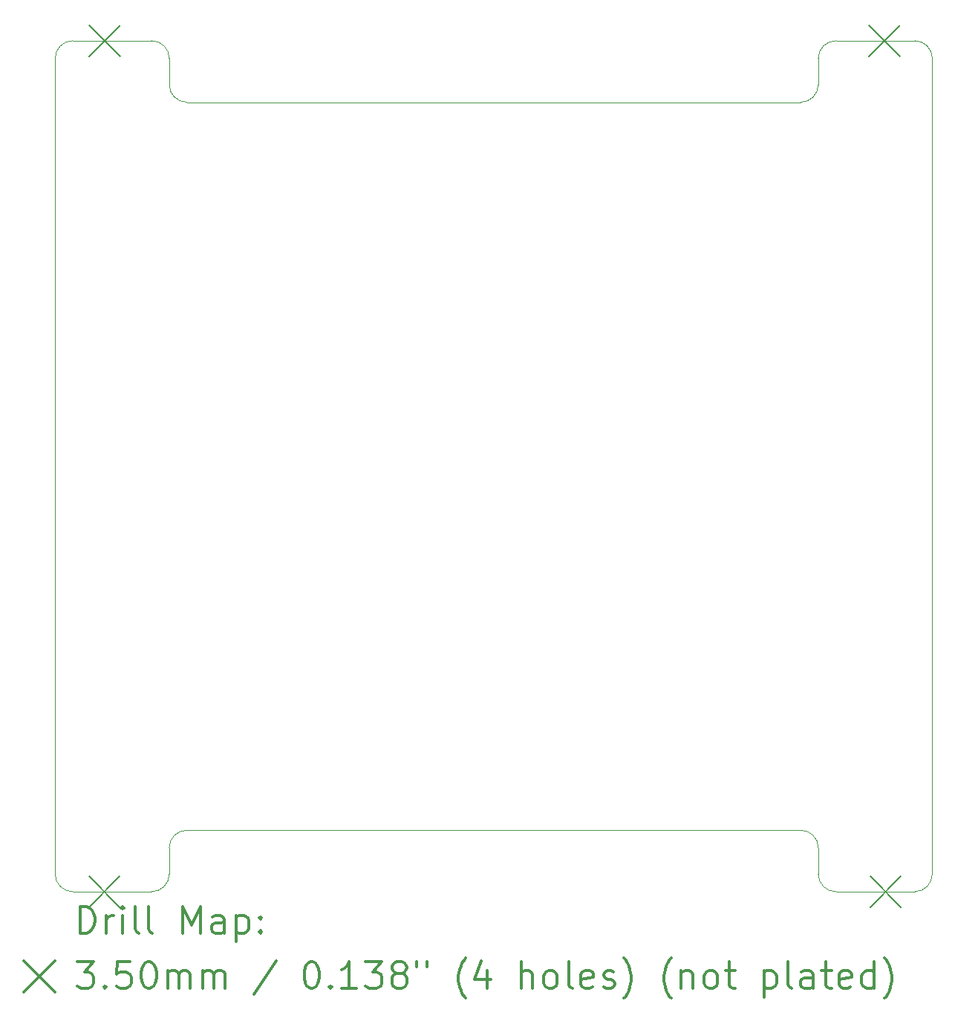
<source format=gbr>
%FSLAX45Y45*%
G04 Gerber Fmt 4.5, Leading zero omitted, Abs format (unit mm)*
G04 Created by KiCad (PCBNEW 5.1.5) date 2020-01-08 22:08:45*
%MOMM*%
%LPD*%
G04 APERTURE LIST*
%TA.AperFunction,Profile*%
%ADD10C,0.100000*%
%TD*%
%ADD11C,0.200000*%
%ADD12C,0.300000*%
G04 APERTURE END LIST*
D10*
X12300000Y-4005000D02*
X5300000Y-4005000D01*
X13800000Y-12800000D02*
G75*
G02X13600000Y-13000000I-200000J0D01*
G01*
X3800000Y-3505000D02*
G75*
G02X4000000Y-3305000I200000J0D01*
G01*
X13800000Y-3505000D02*
X13800000Y-12800000D01*
X5100000Y-12500000D02*
G75*
G02X5300000Y-12300000I200000J0D01*
G01*
X5100000Y-12800000D02*
G75*
G02X4900000Y-13000000I-200000J0D01*
G01*
X12500000Y-3505000D02*
G75*
G02X12700000Y-3305000I200000J0D01*
G01*
X13600000Y-3305000D02*
X12700000Y-3305000D01*
X4900000Y-3305000D02*
X4000000Y-3305000D01*
X4000000Y-13000000D02*
G75*
G02X3800000Y-12800000I0J200000D01*
G01*
X5100000Y-3505000D02*
X5100000Y-3805000D01*
X13600000Y-3305000D02*
G75*
G02X13800000Y-3505000I0J-200000D01*
G01*
X5300000Y-4005000D02*
G75*
G02X5100000Y-3805000I0J200000D01*
G01*
X12300000Y-12300000D02*
G75*
G02X12500000Y-12500000I0J-200000D01*
G01*
X4900000Y-3305000D02*
G75*
G02X5100000Y-3505000I0J-200000D01*
G01*
X12500000Y-12800000D02*
X12500000Y-12500000D01*
X12500000Y-3805000D02*
G75*
G02X12300000Y-4005000I-200000J0D01*
G01*
X4900000Y-13000000D02*
X4000000Y-13000000D01*
X12500000Y-3505000D02*
X12500000Y-3805000D01*
X12300000Y-12300000D02*
X5300000Y-12300000D01*
X3800000Y-12800000D02*
X3800000Y-3505000D01*
X13600000Y-13000000D02*
X12700000Y-13000000D01*
X5100000Y-12500000D02*
X5100000Y-12800000D01*
X12700000Y-13000000D02*
G75*
G02X12500000Y-12800000I0J200000D01*
G01*
D11*
X13090000Y-12825000D02*
X13440000Y-13175000D01*
X13440000Y-12825000D02*
X13090000Y-13175000D01*
X4185000Y-12825000D02*
X4535000Y-13175000D01*
X4535000Y-12825000D02*
X4185000Y-13175000D01*
X4190000Y-3130000D02*
X4540000Y-3480000D01*
X4540000Y-3130000D02*
X4190000Y-3480000D01*
X13080000Y-3130000D02*
X13430000Y-3480000D01*
X13430000Y-3130000D02*
X13080000Y-3480000D01*
D12*
X4081428Y-13470714D02*
X4081428Y-13170714D01*
X4152857Y-13170714D01*
X4195714Y-13185000D01*
X4224286Y-13213572D01*
X4238571Y-13242143D01*
X4252857Y-13299286D01*
X4252857Y-13342143D01*
X4238571Y-13399286D01*
X4224286Y-13427857D01*
X4195714Y-13456429D01*
X4152857Y-13470714D01*
X4081428Y-13470714D01*
X4381428Y-13470714D02*
X4381428Y-13270714D01*
X4381428Y-13327857D02*
X4395714Y-13299286D01*
X4410000Y-13285000D01*
X4438571Y-13270714D01*
X4467143Y-13270714D01*
X4567143Y-13470714D02*
X4567143Y-13270714D01*
X4567143Y-13170714D02*
X4552857Y-13185000D01*
X4567143Y-13199286D01*
X4581428Y-13185000D01*
X4567143Y-13170714D01*
X4567143Y-13199286D01*
X4752857Y-13470714D02*
X4724286Y-13456429D01*
X4710000Y-13427857D01*
X4710000Y-13170714D01*
X4910000Y-13470714D02*
X4881428Y-13456429D01*
X4867143Y-13427857D01*
X4867143Y-13170714D01*
X5252857Y-13470714D02*
X5252857Y-13170714D01*
X5352857Y-13385000D01*
X5452857Y-13170714D01*
X5452857Y-13470714D01*
X5724285Y-13470714D02*
X5724285Y-13313572D01*
X5710000Y-13285000D01*
X5681428Y-13270714D01*
X5624285Y-13270714D01*
X5595714Y-13285000D01*
X5724285Y-13456429D02*
X5695714Y-13470714D01*
X5624285Y-13470714D01*
X5595714Y-13456429D01*
X5581428Y-13427857D01*
X5581428Y-13399286D01*
X5595714Y-13370714D01*
X5624285Y-13356429D01*
X5695714Y-13356429D01*
X5724285Y-13342143D01*
X5867143Y-13270714D02*
X5867143Y-13570714D01*
X5867143Y-13285000D02*
X5895714Y-13270714D01*
X5952857Y-13270714D01*
X5981428Y-13285000D01*
X5995714Y-13299286D01*
X6010000Y-13327857D01*
X6010000Y-13413572D01*
X5995714Y-13442143D01*
X5981428Y-13456429D01*
X5952857Y-13470714D01*
X5895714Y-13470714D01*
X5867143Y-13456429D01*
X6138571Y-13442143D02*
X6152857Y-13456429D01*
X6138571Y-13470714D01*
X6124285Y-13456429D01*
X6138571Y-13442143D01*
X6138571Y-13470714D01*
X6138571Y-13285000D02*
X6152857Y-13299286D01*
X6138571Y-13313572D01*
X6124285Y-13299286D01*
X6138571Y-13285000D01*
X6138571Y-13313572D01*
X3445000Y-13790000D02*
X3795000Y-14140000D01*
X3795000Y-13790000D02*
X3445000Y-14140000D01*
X4052857Y-13800714D02*
X4238571Y-13800714D01*
X4138571Y-13915000D01*
X4181428Y-13915000D01*
X4210000Y-13929286D01*
X4224286Y-13943572D01*
X4238571Y-13972143D01*
X4238571Y-14043572D01*
X4224286Y-14072143D01*
X4210000Y-14086429D01*
X4181428Y-14100714D01*
X4095714Y-14100714D01*
X4067143Y-14086429D01*
X4052857Y-14072143D01*
X4367143Y-14072143D02*
X4381428Y-14086429D01*
X4367143Y-14100714D01*
X4352857Y-14086429D01*
X4367143Y-14072143D01*
X4367143Y-14100714D01*
X4652857Y-13800714D02*
X4510000Y-13800714D01*
X4495714Y-13943572D01*
X4510000Y-13929286D01*
X4538571Y-13915000D01*
X4610000Y-13915000D01*
X4638571Y-13929286D01*
X4652857Y-13943572D01*
X4667143Y-13972143D01*
X4667143Y-14043572D01*
X4652857Y-14072143D01*
X4638571Y-14086429D01*
X4610000Y-14100714D01*
X4538571Y-14100714D01*
X4510000Y-14086429D01*
X4495714Y-14072143D01*
X4852857Y-13800714D02*
X4881428Y-13800714D01*
X4910000Y-13815000D01*
X4924286Y-13829286D01*
X4938571Y-13857857D01*
X4952857Y-13915000D01*
X4952857Y-13986429D01*
X4938571Y-14043572D01*
X4924286Y-14072143D01*
X4910000Y-14086429D01*
X4881428Y-14100714D01*
X4852857Y-14100714D01*
X4824286Y-14086429D01*
X4810000Y-14072143D01*
X4795714Y-14043572D01*
X4781428Y-13986429D01*
X4781428Y-13915000D01*
X4795714Y-13857857D01*
X4810000Y-13829286D01*
X4824286Y-13815000D01*
X4852857Y-13800714D01*
X5081428Y-14100714D02*
X5081428Y-13900714D01*
X5081428Y-13929286D02*
X5095714Y-13915000D01*
X5124286Y-13900714D01*
X5167143Y-13900714D01*
X5195714Y-13915000D01*
X5210000Y-13943572D01*
X5210000Y-14100714D01*
X5210000Y-13943572D02*
X5224286Y-13915000D01*
X5252857Y-13900714D01*
X5295714Y-13900714D01*
X5324286Y-13915000D01*
X5338571Y-13943572D01*
X5338571Y-14100714D01*
X5481428Y-14100714D02*
X5481428Y-13900714D01*
X5481428Y-13929286D02*
X5495714Y-13915000D01*
X5524286Y-13900714D01*
X5567143Y-13900714D01*
X5595714Y-13915000D01*
X5610000Y-13943572D01*
X5610000Y-14100714D01*
X5610000Y-13943572D02*
X5624285Y-13915000D01*
X5652857Y-13900714D01*
X5695714Y-13900714D01*
X5724285Y-13915000D01*
X5738571Y-13943572D01*
X5738571Y-14100714D01*
X6324285Y-13786429D02*
X6067143Y-14172143D01*
X6710000Y-13800714D02*
X6738571Y-13800714D01*
X6767143Y-13815000D01*
X6781428Y-13829286D01*
X6795714Y-13857857D01*
X6810000Y-13915000D01*
X6810000Y-13986429D01*
X6795714Y-14043572D01*
X6781428Y-14072143D01*
X6767143Y-14086429D01*
X6738571Y-14100714D01*
X6710000Y-14100714D01*
X6681428Y-14086429D01*
X6667143Y-14072143D01*
X6652857Y-14043572D01*
X6638571Y-13986429D01*
X6638571Y-13915000D01*
X6652857Y-13857857D01*
X6667143Y-13829286D01*
X6681428Y-13815000D01*
X6710000Y-13800714D01*
X6938571Y-14072143D02*
X6952857Y-14086429D01*
X6938571Y-14100714D01*
X6924285Y-14086429D01*
X6938571Y-14072143D01*
X6938571Y-14100714D01*
X7238571Y-14100714D02*
X7067143Y-14100714D01*
X7152857Y-14100714D02*
X7152857Y-13800714D01*
X7124285Y-13843572D01*
X7095714Y-13872143D01*
X7067143Y-13886429D01*
X7338571Y-13800714D02*
X7524285Y-13800714D01*
X7424285Y-13915000D01*
X7467143Y-13915000D01*
X7495714Y-13929286D01*
X7510000Y-13943572D01*
X7524285Y-13972143D01*
X7524285Y-14043572D01*
X7510000Y-14072143D01*
X7495714Y-14086429D01*
X7467143Y-14100714D01*
X7381428Y-14100714D01*
X7352857Y-14086429D01*
X7338571Y-14072143D01*
X7695714Y-13929286D02*
X7667143Y-13915000D01*
X7652857Y-13900714D01*
X7638571Y-13872143D01*
X7638571Y-13857857D01*
X7652857Y-13829286D01*
X7667143Y-13815000D01*
X7695714Y-13800714D01*
X7752857Y-13800714D01*
X7781428Y-13815000D01*
X7795714Y-13829286D01*
X7810000Y-13857857D01*
X7810000Y-13872143D01*
X7795714Y-13900714D01*
X7781428Y-13915000D01*
X7752857Y-13929286D01*
X7695714Y-13929286D01*
X7667143Y-13943572D01*
X7652857Y-13957857D01*
X7638571Y-13986429D01*
X7638571Y-14043572D01*
X7652857Y-14072143D01*
X7667143Y-14086429D01*
X7695714Y-14100714D01*
X7752857Y-14100714D01*
X7781428Y-14086429D01*
X7795714Y-14072143D01*
X7810000Y-14043572D01*
X7810000Y-13986429D01*
X7795714Y-13957857D01*
X7781428Y-13943572D01*
X7752857Y-13929286D01*
X7924285Y-13800714D02*
X7924285Y-13857857D01*
X8038571Y-13800714D02*
X8038571Y-13857857D01*
X8481428Y-14215000D02*
X8467143Y-14200714D01*
X8438571Y-14157857D01*
X8424286Y-14129286D01*
X8410000Y-14086429D01*
X8395714Y-14015000D01*
X8395714Y-13957857D01*
X8410000Y-13886429D01*
X8424286Y-13843572D01*
X8438571Y-13815000D01*
X8467143Y-13772143D01*
X8481428Y-13757857D01*
X8724286Y-13900714D02*
X8724286Y-14100714D01*
X8652857Y-13786429D02*
X8581428Y-14000714D01*
X8767143Y-14000714D01*
X9110000Y-14100714D02*
X9110000Y-13800714D01*
X9238571Y-14100714D02*
X9238571Y-13943572D01*
X9224286Y-13915000D01*
X9195714Y-13900714D01*
X9152857Y-13900714D01*
X9124286Y-13915000D01*
X9110000Y-13929286D01*
X9424286Y-14100714D02*
X9395714Y-14086429D01*
X9381428Y-14072143D01*
X9367143Y-14043572D01*
X9367143Y-13957857D01*
X9381428Y-13929286D01*
X9395714Y-13915000D01*
X9424286Y-13900714D01*
X9467143Y-13900714D01*
X9495714Y-13915000D01*
X9510000Y-13929286D01*
X9524286Y-13957857D01*
X9524286Y-14043572D01*
X9510000Y-14072143D01*
X9495714Y-14086429D01*
X9467143Y-14100714D01*
X9424286Y-14100714D01*
X9695714Y-14100714D02*
X9667143Y-14086429D01*
X9652857Y-14057857D01*
X9652857Y-13800714D01*
X9924286Y-14086429D02*
X9895714Y-14100714D01*
X9838571Y-14100714D01*
X9810000Y-14086429D01*
X9795714Y-14057857D01*
X9795714Y-13943572D01*
X9810000Y-13915000D01*
X9838571Y-13900714D01*
X9895714Y-13900714D01*
X9924286Y-13915000D01*
X9938571Y-13943572D01*
X9938571Y-13972143D01*
X9795714Y-14000714D01*
X10052857Y-14086429D02*
X10081428Y-14100714D01*
X10138571Y-14100714D01*
X10167143Y-14086429D01*
X10181428Y-14057857D01*
X10181428Y-14043572D01*
X10167143Y-14015000D01*
X10138571Y-14000714D01*
X10095714Y-14000714D01*
X10067143Y-13986429D01*
X10052857Y-13957857D01*
X10052857Y-13943572D01*
X10067143Y-13915000D01*
X10095714Y-13900714D01*
X10138571Y-13900714D01*
X10167143Y-13915000D01*
X10281428Y-14215000D02*
X10295714Y-14200714D01*
X10324286Y-14157857D01*
X10338571Y-14129286D01*
X10352857Y-14086429D01*
X10367143Y-14015000D01*
X10367143Y-13957857D01*
X10352857Y-13886429D01*
X10338571Y-13843572D01*
X10324286Y-13815000D01*
X10295714Y-13772143D01*
X10281428Y-13757857D01*
X10824286Y-14215000D02*
X10810000Y-14200714D01*
X10781428Y-14157857D01*
X10767143Y-14129286D01*
X10752857Y-14086429D01*
X10738571Y-14015000D01*
X10738571Y-13957857D01*
X10752857Y-13886429D01*
X10767143Y-13843572D01*
X10781428Y-13815000D01*
X10810000Y-13772143D01*
X10824286Y-13757857D01*
X10938571Y-13900714D02*
X10938571Y-14100714D01*
X10938571Y-13929286D02*
X10952857Y-13915000D01*
X10981428Y-13900714D01*
X11024286Y-13900714D01*
X11052857Y-13915000D01*
X11067143Y-13943572D01*
X11067143Y-14100714D01*
X11252857Y-14100714D02*
X11224285Y-14086429D01*
X11210000Y-14072143D01*
X11195714Y-14043572D01*
X11195714Y-13957857D01*
X11210000Y-13929286D01*
X11224285Y-13915000D01*
X11252857Y-13900714D01*
X11295714Y-13900714D01*
X11324285Y-13915000D01*
X11338571Y-13929286D01*
X11352857Y-13957857D01*
X11352857Y-14043572D01*
X11338571Y-14072143D01*
X11324285Y-14086429D01*
X11295714Y-14100714D01*
X11252857Y-14100714D01*
X11438571Y-13900714D02*
X11552857Y-13900714D01*
X11481428Y-13800714D02*
X11481428Y-14057857D01*
X11495714Y-14086429D01*
X11524285Y-14100714D01*
X11552857Y-14100714D01*
X11881428Y-13900714D02*
X11881428Y-14200714D01*
X11881428Y-13915000D02*
X11910000Y-13900714D01*
X11967143Y-13900714D01*
X11995714Y-13915000D01*
X12010000Y-13929286D01*
X12024285Y-13957857D01*
X12024285Y-14043572D01*
X12010000Y-14072143D01*
X11995714Y-14086429D01*
X11967143Y-14100714D01*
X11910000Y-14100714D01*
X11881428Y-14086429D01*
X12195714Y-14100714D02*
X12167143Y-14086429D01*
X12152857Y-14057857D01*
X12152857Y-13800714D01*
X12438571Y-14100714D02*
X12438571Y-13943572D01*
X12424285Y-13915000D01*
X12395714Y-13900714D01*
X12338571Y-13900714D01*
X12310000Y-13915000D01*
X12438571Y-14086429D02*
X12410000Y-14100714D01*
X12338571Y-14100714D01*
X12310000Y-14086429D01*
X12295714Y-14057857D01*
X12295714Y-14029286D01*
X12310000Y-14000714D01*
X12338571Y-13986429D01*
X12410000Y-13986429D01*
X12438571Y-13972143D01*
X12538571Y-13900714D02*
X12652857Y-13900714D01*
X12581428Y-13800714D02*
X12581428Y-14057857D01*
X12595714Y-14086429D01*
X12624285Y-14100714D01*
X12652857Y-14100714D01*
X12867143Y-14086429D02*
X12838571Y-14100714D01*
X12781428Y-14100714D01*
X12752857Y-14086429D01*
X12738571Y-14057857D01*
X12738571Y-13943572D01*
X12752857Y-13915000D01*
X12781428Y-13900714D01*
X12838571Y-13900714D01*
X12867143Y-13915000D01*
X12881428Y-13943572D01*
X12881428Y-13972143D01*
X12738571Y-14000714D01*
X13138571Y-14100714D02*
X13138571Y-13800714D01*
X13138571Y-14086429D02*
X13110000Y-14100714D01*
X13052857Y-14100714D01*
X13024285Y-14086429D01*
X13010000Y-14072143D01*
X12995714Y-14043572D01*
X12995714Y-13957857D01*
X13010000Y-13929286D01*
X13024285Y-13915000D01*
X13052857Y-13900714D01*
X13110000Y-13900714D01*
X13138571Y-13915000D01*
X13252857Y-14215000D02*
X13267143Y-14200714D01*
X13295714Y-14157857D01*
X13310000Y-14129286D01*
X13324285Y-14086429D01*
X13338571Y-14015000D01*
X13338571Y-13957857D01*
X13324285Y-13886429D01*
X13310000Y-13843572D01*
X13295714Y-13815000D01*
X13267143Y-13772143D01*
X13252857Y-13757857D01*
M02*

</source>
